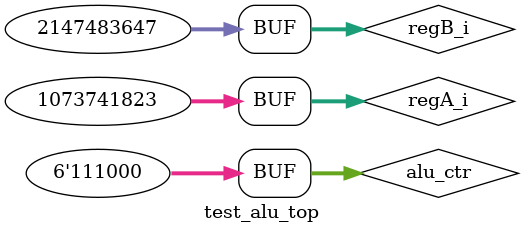
<source format=v>
`timescale 1ns / 1ps


module test_alu_top;

    reg [5:0]          alu_ctr;
    reg [31:0]         regA_i,regB_i;
    
    wire [31:0]        res_o;
    wire               zero;
    
    alu_top alu_top0(.regA_i(regA_i), .regB_i(regB_i), .alu_ctr(alu_ctr), .res_o(res_o), .zero(zero));
    
    initial begin
        
        alu_ctr = 6'b000000;  // add
        regA_i = 32'b0000_0000_0000_0000_0000_0000_1111_0000;
        regB_i = 32'b0000_0000_0000_0000_0000_0000_0000_0001;
 
        #100
        alu_ctr = 6'b001000;  // sub        
        regA_i = 32'b0000_0000_1111_1111_1111_1111_1111_1111; 
        regB_i = 32'b0000_0000_1111_1111_1111_1111_1111_1111; 
        
        #100
        alu_ctr = 6'b000110;  // or      
        regA_i = 32'b0000_0000_1111_0000_1111_0000_1111_1111; 
        regB_i = 32'b0000_0000_0000_1111_0000_1111_1111_0000;
        #100
        alu_ctr = 6'b010000;  // xor      
        regA_i = 32'b1111_1111_1111_0000_0000_0000_1111_1111; 
        regB_i = 32'b0000_1111_0000_1111_0000_1111_0000_0000; 
        #100
        alu_ctr = 6'b010100;  // and      
        regA_i = 32'b0000_0000_1111_0000_1111_0000_1111_1111; 
        regB_i = 32'b0000_0000_0000_1111_0000_1111_0000_1111;
        
        #100
        alu_ctr = 6'b001111;  // srcB        
        regA_i = 32'b0000_0000_1111_1111_1111_1111_1111_1111; 
        regB_i = 32'b0000_0000_1111_1111_1111_1111_1111_1111;
        
        #100
        alu_ctr = 6'b011000;  // sll        
        regA_i = 32'b0000_0000_0000_0000_0000_0000_0000_0100; 
        regB_i = 32'b0000_0000_0000_0000_0000_0000_0000_0010;
        #100
        alu_ctr = 6'b011100;  // srl      
        regA_i = 32'b0000_0000_0000_0000_0000_0000_0000_0100; 
        regB_i = 32'b0000_0000_0000_0000_0000_0000_0000_0010;
        #100
        alu_ctr = 6'b100000;  // sra        
        regA_i = 32'b0000_0000_0000_0000_0000_0000_0000_0100; 
        regB_i = 32'b0000_0000_0000_0000_0000_0000_0000_0010;
 
        
        #100
        alu_ctr = 6'b000010;  // slt->1
        regA_i = 32'b1111_1111_1111_1111_1111_1111_1111_1111;
        regB_i = 32'b0111_1111_1111_1111_1111_1111_1111_1111;
        
        #100
        alu_ctr = 6'b000010;  // slt->0
        regA_i = 32'b0000_1111_1111_1111_1111_1111_1111_1111;
        regB_i = 32'b0000_1111_1111_1111_1111_1111_1111_1111;
        
        #100
        alu_ctr = 6'b000011;  // sltu->0
        regA_i = 32'b1111_1111_1111_1111_1111_1111_1111_1111; 
        regB_i = 32'b0111_1111_1111_1111_1111_1111_1111_1111; 

        #100
        alu_ctr = 6'b000011;  // sltu->0
        regA_i = 32'b0000_1111_1111_1111_1111_1111_1111_1111; 
        regB_i = 32'b0000_1111_1111_1111_1111_1111_1111_1111;
        
        #100
        alu_ctr = 6'b110000;  // bge->0     
        regA_i = 32'b1111_1111_1111_1111_1111_1111_1111_1111; 
        regB_i = 32'b0111_1111_1111_1111_1111_1111_1111_1111; 

        #100
        alu_ctr = 6'b110000;  // bge->1
        regA_i = 32'b0111_1111_1111_1111_1111_1111_1111_1111; 
        regB_i = 32'b0111_1111_1111_1111_1111_1111_1111_1111;
        
        #100
        alu_ctr = 6'b110000;  // bge->0
        regA_i = 32'b0011_1111_1111_1111_1111_1111_1111_1111; 
        regB_i = 32'b0111_1111_1111_1111_1111_1111_1111_1111;
        
        #100
        alu_ctr = 6'b111000;  // bgeu->1
        regA_i = 32'b1111_1111_1111_1111_1111_1111_1111_1111; 
        regB_i = 32'b0111_1111_1111_1111_1111_1111_1111_1111; 

        #100
        alu_ctr = 6'b111000;  // bgeu->1
        regA_i = 32'b0111_1111_1111_1111_1111_1111_1111_1111; 
        regB_i = 32'b0111_1111_1111_1111_1111_1111_1111_1111;
         
        #100
        alu_ctr = 6'b111000;  // bgeu->0
        regA_i = 32'b0011_1111_1111_1111_1111_1111_1111_1111; 
        regB_i = 32'b0111_1111_1111_1111_1111_1111_1111_1111; 
        
    end

endmodule
</source>
